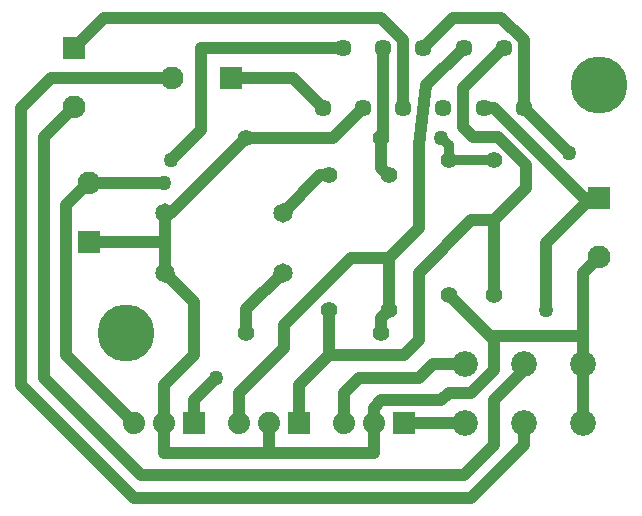
<source format=gbl>
G75*
%MOIN*%
%OFA0B0*%
%FSLAX25Y25*%
%IPPOS*%
%LPD*%
%AMOC8*
5,1,8,0,0,1.08239X$1,22.5*
%
%ADD10C,0.07600*%
%ADD11R,0.07600X0.07600*%
%ADD12C,0.06500*%
%ADD13R,0.07400X0.07400*%
%ADD14C,0.07400*%
%ADD15C,0.05512*%
%ADD16C,0.08600*%
%ADD17C,0.05700*%
%ADD18C,0.04000*%
%ADD19C,0.03200*%
%ADD20C,0.05000*%
%ADD21C,0.19000*%
D10*
X0029700Y0135180D03*
X0024700Y0160494D03*
X0057357Y0170337D03*
X0199700Y0110494D03*
D11*
X0199700Y0130180D03*
X0077043Y0170337D03*
X0024700Y0180180D03*
X0029700Y0115494D03*
D12*
X0055015Y0125337D03*
X0055015Y0105337D03*
X0094385Y0105337D03*
X0094385Y0125337D03*
D13*
X0099700Y0055337D03*
X0134700Y0055337D03*
X0064700Y0055337D03*
D14*
X0054700Y0055337D03*
X0044700Y0055337D03*
X0079700Y0055337D03*
X0089700Y0055337D03*
X0114700Y0055337D03*
X0124700Y0055337D03*
D15*
X0127200Y0085337D03*
X0129700Y0092837D03*
X0109700Y0092837D03*
X0082200Y0085337D03*
X0109700Y0137837D03*
X0127200Y0150337D03*
X0129700Y0137837D03*
X0149700Y0142837D03*
X0164700Y0142837D03*
X0164700Y0097837D03*
X0149700Y0097837D03*
X0082200Y0150337D03*
D16*
X0155015Y0075022D03*
X0155015Y0055337D03*
X0174700Y0055337D03*
X0194385Y0055337D03*
X0194385Y0075022D03*
X0174700Y0075022D03*
D17*
X0174700Y0160337D03*
X0161314Y0160337D03*
X0147928Y0160337D03*
X0134543Y0160337D03*
X0121157Y0160337D03*
X0107771Y0160337D03*
X0114464Y0180337D03*
X0127850Y0180337D03*
X0141235Y0180337D03*
X0154621Y0180337D03*
X0168007Y0180337D03*
D18*
X0044700Y0030337D02*
X0007200Y0067837D01*
X0007200Y0160337D01*
X0017200Y0170337D01*
X0057357Y0170337D01*
X0067200Y0180337D02*
X0067200Y0152837D01*
X0057200Y0142837D01*
X0054700Y0135337D02*
X0029857Y0135337D01*
X0029700Y0135180D01*
X0029543Y0135180D01*
X0022200Y0127837D01*
X0022200Y0077837D01*
X0044700Y0055337D01*
X0054700Y0055337D02*
X0054700Y0045337D01*
X0089700Y0045337D01*
X0089700Y0055337D01*
X0079700Y0055337D02*
X0079700Y0065337D01*
X0094700Y0080337D01*
X0094700Y0087837D01*
X0117200Y0110337D01*
X0129700Y0110337D01*
X0129700Y0092837D01*
X0127200Y0090337D01*
X0127200Y0085337D01*
X0134700Y0077837D02*
X0139700Y0082837D01*
X0139700Y0105337D01*
X0157200Y0122837D01*
X0164700Y0122837D01*
X0164700Y0097837D01*
X0163450Y0084087D02*
X0194385Y0084087D01*
X0194385Y0075022D01*
X0194385Y0055337D01*
X0174700Y0055337D02*
X0174700Y0047837D01*
X0157200Y0030337D01*
X0044700Y0030337D01*
X0047200Y0037837D02*
X0154700Y0037837D01*
X0164700Y0047837D01*
X0164700Y0062837D01*
X0174700Y0072837D01*
X0174700Y0075022D01*
X0164700Y0072837D02*
X0164700Y0082837D01*
X0163450Y0084087D01*
X0149700Y0097837D01*
X0129700Y0110337D02*
X0139700Y0120337D01*
X0139700Y0147837D01*
X0142200Y0167837D01*
X0142200Y0167916D01*
X0154621Y0180337D01*
X0151235Y0190337D02*
X0141235Y0180337D01*
X0134543Y0182994D02*
X0127200Y0190337D01*
X0034857Y0190337D01*
X0024700Y0180180D01*
X0024700Y0160494D02*
X0014700Y0150494D01*
X0014700Y0070337D01*
X0047200Y0037837D01*
X0054700Y0055337D02*
X0054700Y0067837D01*
X0064700Y0077837D01*
X0064700Y0095652D01*
X0055015Y0105337D01*
X0055015Y0115337D01*
X0054857Y0115494D01*
X0029700Y0115494D01*
X0055015Y0115337D02*
X0055015Y0125337D01*
X0057200Y0125337D01*
X0082200Y0150337D01*
X0111157Y0150337D01*
X0121157Y0160337D01*
X0127850Y0150987D02*
X0127200Y0150337D01*
X0127200Y0140337D01*
X0129700Y0137837D01*
X0127850Y0150987D02*
X0127850Y0180337D01*
X0134543Y0182994D02*
X0134543Y0160337D01*
X0154358Y0154037D02*
X0157737Y0150659D01*
X0166146Y0150659D01*
X0175445Y0141360D01*
X0175445Y0133582D01*
X0164700Y0122837D01*
X0182200Y0115180D02*
X0197200Y0130180D01*
X0194857Y0130180D01*
X0164700Y0160337D01*
X0161314Y0160337D01*
X0154358Y0154037D02*
X0154358Y0167057D01*
X0167638Y0180337D01*
X0168007Y0180337D01*
X0174700Y0182837D02*
X0167200Y0190337D01*
X0151235Y0190337D01*
X0174700Y0182837D02*
X0174700Y0160337D01*
X0189700Y0145337D01*
X0197357Y0130180D02*
X0199700Y0130180D01*
X0182200Y0115180D02*
X0182200Y0092837D01*
X0194385Y0105180D02*
X0194385Y0075022D01*
X0164700Y0072837D02*
X0157200Y0065337D01*
X0149700Y0065337D01*
X0147200Y0062837D01*
X0127200Y0062837D01*
X0124700Y0060337D01*
X0124700Y0055337D01*
X0124700Y0045337D01*
X0089700Y0045337D01*
X0099700Y0055337D02*
X0099700Y0067837D01*
X0109700Y0077837D01*
X0134700Y0077837D01*
X0139700Y0070337D02*
X0119700Y0070337D01*
X0114700Y0065337D01*
X0114700Y0055337D01*
X0134700Y0055337D02*
X0155015Y0055337D01*
X0139700Y0070337D02*
X0144385Y0075022D01*
X0155015Y0075022D01*
X0194385Y0105180D02*
X0199700Y0110494D01*
X0114464Y0180337D02*
X0067200Y0180337D01*
X0077043Y0170337D02*
X0097771Y0170337D01*
X0107771Y0160337D01*
X0106885Y0137837D02*
X0109700Y0137837D01*
X0106885Y0137837D02*
X0094385Y0125337D01*
X0094385Y0105337D02*
X0082200Y0093152D01*
X0082200Y0085337D01*
X0072200Y0070337D02*
X0064700Y0062837D01*
X0064700Y0055337D01*
X0109700Y0077837D02*
X0109700Y0092837D01*
X0024700Y0160494D02*
X0017200Y0152994D01*
D19*
X0054543Y0135180D02*
X0054700Y0135337D01*
X0147200Y0150337D02*
X0149700Y0147837D01*
X0149700Y0142837D01*
X0164700Y0142837D01*
D20*
X0147200Y0150337D03*
X0189700Y0145337D03*
X0182200Y0092837D03*
X0072200Y0070337D03*
X0054700Y0135337D03*
X0057200Y0142837D03*
D21*
X0042200Y0085337D03*
X0199700Y0167837D03*
M02*

</source>
